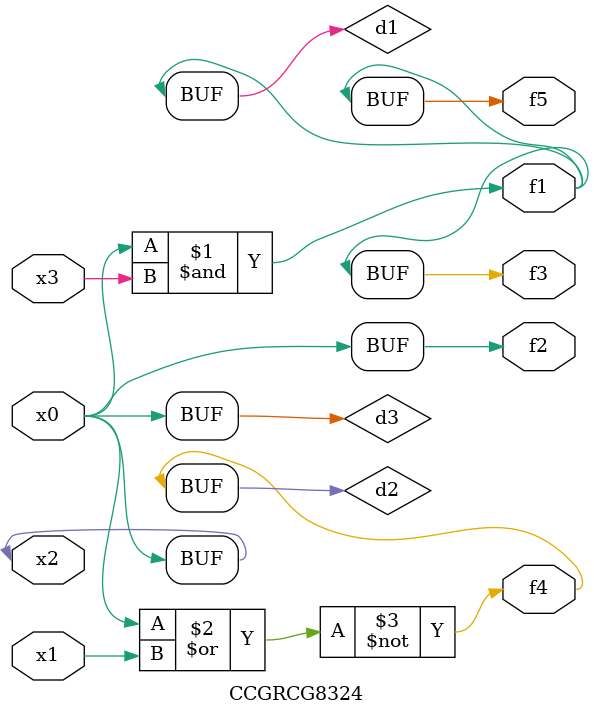
<source format=v>
module CCGRCG8324(
	input x0, x1, x2, x3,
	output f1, f2, f3, f4, f5
);

	wire d1, d2, d3;

	and (d1, x2, x3);
	nor (d2, x0, x1);
	buf (d3, x0, x2);
	assign f1 = d1;
	assign f2 = d3;
	assign f3 = d1;
	assign f4 = d2;
	assign f5 = d1;
endmodule

</source>
